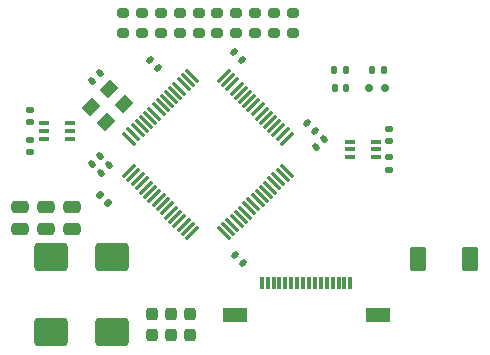
<source format=gbr>
%TF.GenerationSoftware,KiCad,Pcbnew,7.0.5*%
%TF.CreationDate,2023-06-28T21:22:15+09:00*%
%TF.ProjectId,robotrace_v2_main,726f626f-7472-4616-9365-5f76325f6d61,rev?*%
%TF.SameCoordinates,Original*%
%TF.FileFunction,Paste,Bot*%
%TF.FilePolarity,Positive*%
%FSLAX46Y46*%
G04 Gerber Fmt 4.6, Leading zero omitted, Abs format (unit mm)*
G04 Created by KiCad (PCBNEW 7.0.5) date 2023-06-28 21:22:15*
%MOMM*%
%LPD*%
G01*
G04 APERTURE LIST*
G04 Aperture macros list*
%AMRoundRect*
0 Rectangle with rounded corners*
0 $1 Rounding radius*
0 $2 $3 $4 $5 $6 $7 $8 $9 X,Y pos of 4 corners*
0 Add a 4 corners polygon primitive as box body*
4,1,4,$2,$3,$4,$5,$6,$7,$8,$9,$2,$3,0*
0 Add four circle primitives for the rounded corners*
1,1,$1+$1,$2,$3*
1,1,$1+$1,$4,$5*
1,1,$1+$1,$6,$7*
1,1,$1+$1,$8,$9*
0 Add four rect primitives between the rounded corners*
20,1,$1+$1,$2,$3,$4,$5,0*
20,1,$1+$1,$4,$5,$6,$7,0*
20,1,$1+$1,$6,$7,$8,$9,0*
20,1,$1+$1,$8,$9,$2,$3,0*%
%AMRotRect*
0 Rectangle, with rotation*
0 The origin of the aperture is its center*
0 $1 length*
0 $2 width*
0 $3 Rotation angle, in degrees counterclockwise*
0 Add horizontal line*
21,1,$1,$2,0,0,$3*%
G04 Aperture macros list end*
%ADD10RoundRect,0.135000X-0.135000X-0.185000X0.135000X-0.185000X0.135000X0.185000X-0.135000X0.185000X0*%
%ADD11R,0.900000X0.400000*%
%ADD12RoundRect,0.200000X0.275000X-0.200000X0.275000X0.200000X-0.275000X0.200000X-0.275000X-0.200000X0*%
%ADD13RoundRect,0.140000X0.021213X-0.219203X0.219203X-0.021213X-0.021213X0.219203X-0.219203X0.021213X0*%
%ADD14RoundRect,0.237500X0.237500X-0.300000X0.237500X0.300000X-0.237500X0.300000X-0.237500X-0.300000X0*%
%ADD15RoundRect,0.135000X-0.226274X-0.035355X-0.035355X-0.226274X0.226274X0.035355X0.035355X0.226274X0*%
%ADD16RoundRect,0.140000X-0.021213X0.219203X-0.219203X0.021213X0.021213X-0.219203X0.219203X-0.021213X0*%
%ADD17RotRect,1.300000X1.000000X45.000000*%
%ADD18RoundRect,0.140000X0.219203X0.021213X0.021213X0.219203X-0.219203X-0.021213X-0.021213X-0.219203X0*%
%ADD19RoundRect,0.135000X0.185000X-0.135000X0.185000X0.135000X-0.185000X0.135000X-0.185000X-0.135000X0*%
%ADD20RoundRect,0.150000X-0.150000X-0.200000X0.150000X-0.200000X0.150000X0.200000X-0.150000X0.200000X0*%
%ADD21RoundRect,0.250000X0.475000X-0.250000X0.475000X0.250000X-0.475000X0.250000X-0.475000X-0.250000X0*%
%ADD22RoundRect,0.289157X1.110843X-0.910843X1.110843X0.910843X-1.110843X0.910843X-1.110843X-0.910843X0*%
%ADD23RoundRect,0.140000X-0.219203X-0.021213X-0.021213X-0.219203X0.219203X0.021213X0.021213X0.219203X0*%
%ADD24R,0.300000X1.000000*%
%ADD25R,2.000000X1.300000*%
%ADD26RoundRect,0.140000X-0.140000X-0.170000X0.140000X-0.170000X0.140000X0.170000X-0.140000X0.170000X0*%
%ADD27RoundRect,0.135000X-0.185000X0.135000X-0.185000X-0.135000X0.185000X-0.135000X0.185000X0.135000X0*%
%ADD28RoundRect,0.075000X-0.548008X0.441942X0.441942X-0.548008X0.548008X-0.441942X-0.441942X0.548008X0*%
%ADD29RoundRect,0.075000X-0.548008X-0.441942X-0.441942X-0.548008X0.548008X0.441942X0.441942X0.548008X0*%
%ADD30RoundRect,0.250000X-0.450000X-0.800000X0.450000X-0.800000X0.450000X0.800000X-0.450000X0.800000X0*%
G04 APERTURE END LIST*
D10*
%TO.C,R36*%
X177990000Y-77400000D03*
X179010000Y-77400000D03*
%TD*%
D11*
%TO.C,U9*%
X176100000Y-84750000D03*
X176100000Y-84100000D03*
X176100000Y-83450000D03*
X178300000Y-83450000D03*
X178300000Y-84100000D03*
X178300000Y-84750000D03*
%TD*%
D12*
%TO.C,R28*%
X171300000Y-74250000D03*
X171300000Y-72600000D03*
%TD*%
D13*
%TO.C,C3*%
X173260589Y-83939411D03*
X173939411Y-83260589D03*
%TD*%
D14*
%TO.C,C9*%
X162600000Y-99800000D03*
X162600000Y-98075000D03*
%TD*%
D15*
%TO.C,R1*%
X154939376Y-87939376D03*
X155660624Y-88660624D03*
%TD*%
D16*
%TO.C,C1*%
X154939411Y-84660589D03*
X154260589Y-85339411D03*
%TD*%
D17*
%TO.C,Y1*%
X154185786Y-80541421D03*
X155741421Y-78985786D03*
X157014214Y-80258579D03*
X155458579Y-81814214D03*
%TD*%
D18*
%TO.C,C6*%
X159839411Y-77189411D03*
X159160589Y-76510589D03*
%TD*%
D12*
%TO.C,R26*%
X168100000Y-74250000D03*
X168100000Y-72600000D03*
%TD*%
D16*
%TO.C,C5*%
X155739411Y-85460589D03*
X155060589Y-86139411D03*
%TD*%
D12*
%TO.C,R20*%
X158500000Y-74250000D03*
X158500000Y-72600000D03*
%TD*%
D10*
%TO.C,R35*%
X174790000Y-77400000D03*
X175810000Y-77400000D03*
%TD*%
D12*
%TO.C,R19*%
X156900000Y-74250000D03*
X156900000Y-72600000D03*
%TD*%
%TO.C,R27*%
X169700000Y-74250000D03*
X169700000Y-72600000D03*
%TD*%
D19*
%TO.C,R13*%
X149000000Y-81800000D03*
X149000000Y-80780000D03*
%TD*%
D20*
%TO.C,D5*%
X179100000Y-78900000D03*
X177700000Y-78900000D03*
%TD*%
D14*
%TO.C,C11*%
X159390000Y-99800000D03*
X159390000Y-98075000D03*
%TD*%
D12*
%TO.C,R22*%
X161700000Y-74250000D03*
X161700000Y-72600000D03*
%TD*%
D21*
%TO.C,C15*%
X150400000Y-90850000D03*
X150400000Y-88950000D03*
%TD*%
D16*
%TO.C,C8*%
X154939411Y-77660589D03*
X154260589Y-78339411D03*
%TD*%
D22*
%TO.C,C25*%
X156000000Y-99600000D03*
X156000000Y-93200000D03*
%TD*%
D21*
%TO.C,C14*%
X152600000Y-90850000D03*
X152600000Y-88950000D03*
%TD*%
D14*
%TO.C,C10*%
X161000000Y-99800000D03*
X161000000Y-98075000D03*
%TD*%
D18*
%TO.C,C7*%
X173139411Y-82539411D03*
X172460589Y-81860589D03*
%TD*%
D12*
%TO.C,R25*%
X166500000Y-74250000D03*
X166500000Y-72600000D03*
%TD*%
D18*
%TO.C,C2*%
X166939411Y-76539411D03*
X166260589Y-75860589D03*
%TD*%
D21*
%TO.C,C16*%
X148200000Y-90850000D03*
X148200000Y-88950000D03*
%TD*%
D23*
%TO.C,C4*%
X166360589Y-93060589D03*
X167039411Y-93739411D03*
%TD*%
D22*
%TO.C,C26*%
X150800000Y-99600000D03*
X150800000Y-93200000D03*
%TD*%
D11*
%TO.C,U10*%
X152400000Y-81900000D03*
X152400000Y-82550000D03*
X152400000Y-83200000D03*
X150200000Y-83200000D03*
X150200000Y-82550000D03*
X150200000Y-81900000D03*
%TD*%
D12*
%TO.C,R23*%
X163300000Y-74250000D03*
X163300000Y-72600000D03*
%TD*%
D24*
%TO.C,J12*%
X176150000Y-95400000D03*
X175650000Y-95400000D03*
X175150000Y-95400000D03*
X174650000Y-95400000D03*
X174150000Y-95400000D03*
X173650000Y-95400000D03*
X173150000Y-95400000D03*
X172650000Y-95400000D03*
X172150000Y-95400000D03*
X171650000Y-95400000D03*
X171150000Y-95400000D03*
X170650000Y-95400000D03*
X170150000Y-95400000D03*
X169650000Y-95400000D03*
X169150000Y-95400000D03*
X168650000Y-95400000D03*
D25*
X178450000Y-98100000D03*
X166350000Y-98100000D03*
%TD*%
D26*
%TO.C,C31*%
X174820000Y-78900000D03*
X175780000Y-78900000D03*
%TD*%
D27*
%TO.C,R5*%
X179400000Y-82390000D03*
X179400000Y-83410000D03*
%TD*%
D12*
%TO.C,R24*%
X164900000Y-74250000D03*
X164900000Y-72600000D03*
%TD*%
%TO.C,R21*%
X160100000Y-74250000D03*
X160100000Y-72600000D03*
%TD*%
D19*
%TO.C,R16*%
X149000000Y-84310000D03*
X149000000Y-83290000D03*
%TD*%
D28*
%TO.C,U1*%
X157434686Y-83200000D03*
X157788239Y-82846447D03*
X158141792Y-82492894D03*
X158495346Y-82139340D03*
X158848899Y-81785787D03*
X159202453Y-81432233D03*
X159556006Y-81078680D03*
X159909559Y-80725127D03*
X160263113Y-80371573D03*
X160616666Y-80018020D03*
X160970219Y-79664467D03*
X161323773Y-79310913D03*
X161677326Y-78957360D03*
X162030880Y-78603806D03*
X162384433Y-78250253D03*
X162737986Y-77896700D03*
D29*
X165460348Y-77896700D03*
X165813901Y-78250253D03*
X166167454Y-78603806D03*
X166521008Y-78957360D03*
X166874561Y-79310913D03*
X167228115Y-79664467D03*
X167581668Y-80018020D03*
X167935221Y-80371573D03*
X168288775Y-80725127D03*
X168642328Y-81078680D03*
X168995881Y-81432233D03*
X169349435Y-81785787D03*
X169702988Y-82139340D03*
X170056542Y-82492894D03*
X170410095Y-82846447D03*
X170763648Y-83200000D03*
D28*
X170763648Y-85922362D03*
X170410095Y-86275915D03*
X170056542Y-86629468D03*
X169702988Y-86983022D03*
X169349435Y-87336575D03*
X168995881Y-87690129D03*
X168642328Y-88043682D03*
X168288775Y-88397235D03*
X167935221Y-88750789D03*
X167581668Y-89104342D03*
X167228115Y-89457895D03*
X166874561Y-89811449D03*
X166521008Y-90165002D03*
X166167454Y-90518556D03*
X165813901Y-90872109D03*
X165460348Y-91225662D03*
D29*
X162737986Y-91225662D03*
X162384433Y-90872109D03*
X162030880Y-90518556D03*
X161677326Y-90165002D03*
X161323773Y-89811449D03*
X160970219Y-89457895D03*
X160616666Y-89104342D03*
X160263113Y-88750789D03*
X159909559Y-88397235D03*
X159556006Y-88043682D03*
X159202453Y-87690129D03*
X158848899Y-87336575D03*
X158495346Y-86983022D03*
X158141792Y-86629468D03*
X157788239Y-86275915D03*
X157434686Y-85922362D03*
%TD*%
D30*
%TO.C,D2*%
X181900000Y-93400000D03*
X186300000Y-93400000D03*
%TD*%
D27*
%TO.C,R6*%
X179400000Y-84790000D03*
X179400000Y-85810000D03*
%TD*%
M02*

</source>
